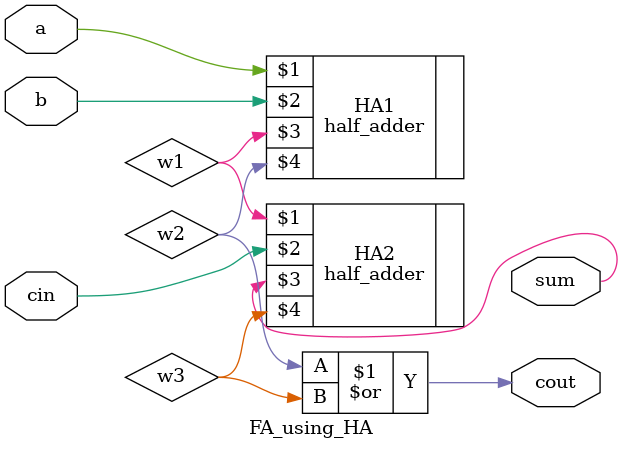
<source format=v>
module FA_using_HA(input a,
                   input b,
				   input cin,
				   output sum,
				   output cout);
		
      wire w1,w2,w3;		
				   
	 half_adder HA1(a,b,w1,w2);
	 half_adder HA2(w1,cin,sum,w3);
	 
	 assign cout= w2|w3;

endmodule
				   
</source>
